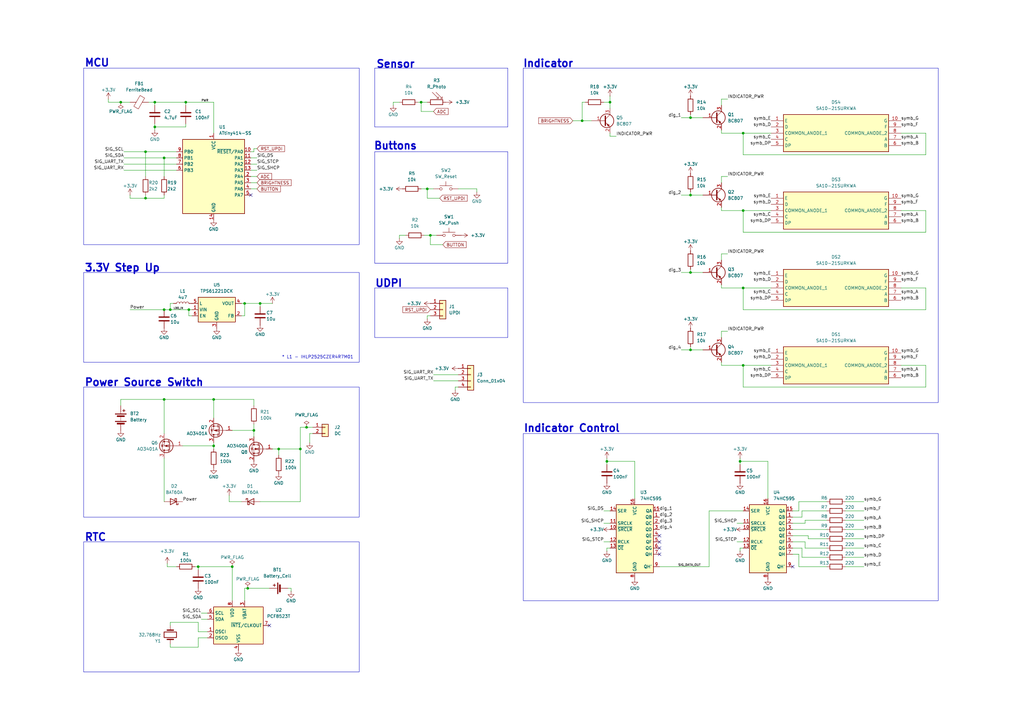
<source format=kicad_sch>
(kicad_sch (version 20231120) (generator "eeschema") (generator_version "8.0")
  (paper "A3")
  (junction (at 104.14 176.53))
  (junction (at 49.53 41.91))
  (junction (at 125.73 175.26))
  (junction (at 63.5 41.91))
  (junction (at 123.19 184.15))
  (junction (at 87.63 182.88))
  (junction (at 283.21 143.51))
  (junction (at 67.31 127))
  (junction (at 81.28 232.41))
  (junction (at 172.72 41.91))
  (junction (at 69.85 127))
  (junction (at 59.69 62.23))
  (junction (at 67.31 64.77))
  (junction (at 87.63 163.83))
  (junction (at 283.21 48.26))
  (junction (at 304.8 149.86))
  (junction (at 77.47 127))
  (junction (at 304.8 54.61))
  (junction (at 59.69 81.28))
  (junction (at 76.2 41.91))
  (junction (at 176.53 96.52))
  (junction (at 106.68 124.46))
  (junction (at 250.19 41.91))
  (junction (at 283.21 80.01))
  (junction (at 175.26 77.47))
  (junction (at 304.8 86.36))
  (junction (at 303.53 189.23))
  (junction (at 63.5 52.07))
  (junction (at 238.76 49.53))
  (junction (at 114.3 184.15))
  (junction (at 95.25 232.41))
  (junction (at 100.33 124.46))
  (junction (at 67.31 163.83))
  (junction (at 283.21 111.76))
  (junction (at 101.6 241.3))
  (junction (at 248.92 189.23))
  (junction (at 304.8 118.11))
  (no_connect (at 325.12 232.41))
  (no_connect (at 270.51 222.25))
  (no_connect (at 270.51 224.79))
  (no_connect (at 270.51 219.71))
  (no_connect (at 270.51 227.33))
  (no_connect (at 110.49 256.54))
  (no_connect (at 102.87 80.01))
  (wire (pts (xy 50.8 67.31) (xy 72.39 67.31)))
  (wire (pts (xy 295.91 53.34) (xy 295.91 54.61)))
  (wire (pts (xy 304.8 158.75) (xy 304.8 149.86)))
  (wire (pts (xy 330.2 224.79) (xy 339.09 224.79)))
  (wire (pts (xy 101.6 241.3) (xy 110.49 241.3)))
  (wire (pts (xy 63.5 52.07) (xy 63.5 53.34)))
  (wire (pts (xy 67.31 187.96) (xy 67.31 205.74)))
  (wire (pts (xy 283.21 80.01) (xy 288.29 80.01)))
  (wire (pts (xy 69.85 255.27) (xy 81.28 255.27)))
  (wire (pts (xy 290.83 232.41) (xy 290.83 209.55)))
  (wire (pts (xy 327.66 227.33) (xy 327.66 232.41)))
  (wire (pts (xy 102.87 77.47) (xy 105.41 77.47)))
  (wire (pts (xy 187.96 77.47) (xy 195.58 77.47)))
  (wire (pts (xy 295.91 116.84) (xy 295.91 118.11)))
  (wire (pts (xy 50.8 64.77) (xy 67.31 64.77)))
  (wire (pts (xy 279.4 143.51) (xy 283.21 143.51)))
  (wire (pts (xy 67.31 81.28) (xy 59.69 81.28)))
  (wire (pts (xy 304.8 127) (xy 304.8 118.11)))
  (wire (pts (xy 176.53 96.52) (xy 179.07 96.52)))
  (wire (pts (xy 118.11 241.3) (xy 119.38 241.3)))
  (wire (pts (xy 69.85 124.46) (xy 69.85 127)))
  (wire (pts (xy 250.19 54.61) (xy 250.19 55.88)))
  (wire (pts (xy 175.26 129.54) (xy 175.26 130.81)))
  (wire (pts (xy 302.26 222.25) (xy 304.8 222.25)))
  (wire (pts (xy 186.69 158.75) (xy 186.69 160.02)))
  (wire (pts (xy 68.58 231.14) (xy 68.58 232.41)))
  (wire (pts (xy 87.63 182.88) (xy 87.63 184.15)))
  (wire (pts (xy 327.66 209.55) (xy 327.66 205.74)))
  (wire (pts (xy 260.35 204.47) (xy 260.35 189.23)))
  (wire (pts (xy 346.71 205.74) (xy 354.33 205.74)))
  (wire (pts (xy 238.76 49.53) (xy 242.57 49.53)))
  (wire (pts (xy 369.57 86.36) (xy 379.73 86.36)))
  (wire (pts (xy 87.63 54.61) (xy 87.63 41.91)))
  (wire (pts (xy 95.25 232.41) (xy 81.28 232.41)))
  (wire (pts (xy 100.33 129.54) (xy 100.33 124.46)))
  (wire (pts (xy 295.91 104.14) (xy 298.45 104.14)))
  (wire (pts (xy 68.58 232.41) (xy 72.39 232.41)))
  (wire (pts (xy 314.96 204.47) (xy 314.96 189.23)))
  (wire (pts (xy 369.57 118.11) (xy 379.73 118.11)))
  (wire (pts (xy 279.4 80.01) (xy 283.21 80.01)))
  (wire (pts (xy 69.85 265.43) (xy 81.28 265.43)))
  (wire (pts (xy 172.72 41.91) (xy 175.26 41.91)))
  (wire (pts (xy 127 177.8) (xy 127 181.61)))
  (wire (pts (xy 161.29 41.91) (xy 161.29 43.18)))
  (wire (pts (xy 77.47 127) (xy 78.74 127)))
  (wire (pts (xy 250.19 41.91) (xy 250.19 44.45)))
  (wire (pts (xy 325.12 214.63) (xy 330.2 214.63)))
  (wire (pts (xy 100.33 246.38) (xy 100.33 241.3)))
  (wire (pts (xy 53.34 80.01) (xy 53.34 81.28)))
  (wire (pts (xy 379.73 86.36) (xy 379.73 95.25)))
  (wire (pts (xy 304.8 54.61) (xy 316.23 54.61)))
  (wire (pts (xy 60.96 41.91) (xy 63.5 41.91)))
  (wire (pts (xy 119.38 241.3) (xy 119.38 242.57)))
  (wire (pts (xy 250.19 39.37) (xy 250.19 41.91)))
  (wire (pts (xy 95.25 176.53) (xy 104.14 176.53)))
  (wire (pts (xy 295.91 135.89) (xy 295.91 138.43)))
  (wire (pts (xy 234.95 49.53) (xy 238.76 49.53)))
  (wire (pts (xy 379.73 127) (xy 304.8 127)))
  (wire (pts (xy 44.45 41.91) (xy 49.53 41.91)))
  (wire (pts (xy 77.47 129.54) (xy 77.47 127)))
  (wire (pts (xy 172.72 45.72) (xy 172.72 41.91)))
  (wire (pts (xy 63.5 52.07) (xy 76.2 52.07)))
  (wire (pts (xy 295.91 86.36) (xy 304.8 86.36)))
  (wire (pts (xy 100.33 241.3) (xy 101.6 241.3)))
  (wire (pts (xy 49.53 163.83) (xy 67.31 163.83)))
  (wire (pts (xy 304.8 95.25) (xy 304.8 86.36)))
  (wire (pts (xy 67.31 163.83) (xy 67.31 177.8)))
  (wire (pts (xy 346.71 232.41) (xy 354.33 232.41)))
  (wire (pts (xy 114.3 184.15) (xy 111.76 184.15)))
  (wire (pts (xy 303.53 187.96) (xy 303.53 189.23)))
  (wire (pts (xy 53.34 81.28) (xy 59.69 81.28)))
  (wire (pts (xy 325.12 212.09) (xy 328.93 212.09)))
  (wire (pts (xy 304.8 149.86) (xy 316.23 149.86)))
  (wire (pts (xy 195.58 77.47) (xy 195.58 78.74)))
  (wire (pts (xy 49.53 41.91) (xy 53.34 41.91)))
  (wire (pts (xy 67.31 64.77) (xy 67.31 72.39)))
  (wire (pts (xy 290.83 209.55) (xy 304.8 209.55)))
  (wire (pts (xy 81.28 232.41) (xy 81.28 233.68)))
  (wire (pts (xy 295.91 148.59) (xy 295.91 149.86)))
  (wire (pts (xy 104.14 176.53) (xy 104.14 179.07)))
  (wire (pts (xy 283.21 46.99) (xy 283.21 48.26)))
  (wire (pts (xy 76.2 41.91) (xy 76.2 43.18)))
  (wire (pts (xy 379.73 149.86) (xy 379.73 158.75)))
  (wire (pts (xy 100.33 124.46) (xy 106.68 124.46)))
  (wire (pts (xy 67.31 127) (xy 69.85 127)))
  (wire (pts (xy 175.26 81.28) (xy 175.26 77.47)))
  (wire (pts (xy 59.69 81.28) (xy 59.69 80.01)))
  (wire (pts (xy 102.87 74.93) (xy 105.41 74.93)))
  (wire (pts (xy 128.27 175.26) (xy 125.73 175.26)))
  (wire (pts (xy 248.92 224.79) (xy 248.92 226.06)))
  (wire (pts (xy 63.5 50.8) (xy 63.5 52.07)))
  (wire (pts (xy 63.5 43.18) (xy 63.5 41.91)))
  (wire (pts (xy 325.12 224.79) (xy 328.93 224.79)))
  (wire (pts (xy 250.19 224.79) (xy 248.92 224.79)))
  (wire (pts (xy 78.74 129.54) (xy 77.47 129.54)))
  (wire (pts (xy 283.21 78.74) (xy 283.21 80.01)))
  (wire (pts (xy 379.73 95.25) (xy 304.8 95.25)))
  (wire (pts (xy 283.21 111.76) (xy 288.29 111.76)))
  (wire (pts (xy 177.8 45.72) (xy 172.72 45.72)))
  (wire (pts (xy 327.66 232.41) (xy 339.09 232.41)))
  (wire (pts (xy 303.53 224.79) (xy 303.53 226.06)))
  (wire (pts (xy 248.92 189.23) (xy 248.92 190.5)))
  (wire (pts (xy 87.63 181.61) (xy 87.63 182.88)))
  (wire (pts (xy 177.8 156.21) (xy 187.96 156.21)))
  (wire (pts (xy 250.19 55.88) (xy 252.73 55.88)))
  (wire (pts (xy 50.8 69.85) (xy 72.39 69.85)))
  (wire (pts (xy 102.87 69.85) (xy 105.41 69.85)))
  (wire (pts (xy 67.31 64.77) (xy 72.39 64.77)))
  (wire (pts (xy 67.31 80.01) (xy 67.31 81.28)))
  (wire (pts (xy 82.55 251.46) (xy 85.09 251.46)))
  (wire (pts (xy 304.8 224.79) (xy 303.53 224.79)))
  (wire (pts (xy 369.57 149.86) (xy 379.73 149.86)))
  (wire (pts (xy 379.73 118.11) (xy 379.73 127)))
  (wire (pts (xy 104.14 62.23) (xy 102.87 62.23)))
  (wire (pts (xy 95.25 246.38) (xy 95.25 232.41)))
  (wire (pts (xy 87.63 41.91) (xy 76.2 41.91)))
  (wire (pts (xy 87.63 163.83) (xy 87.63 171.45)))
  (wire (pts (xy 325.12 222.25) (xy 330.2 222.25)))
  (wire (pts (xy 238.76 41.91) (xy 238.76 49.53)))
  (wire (pts (xy 180.34 81.28) (xy 175.26 81.28)))
  (wire (pts (xy 181.61 100.33) (xy 176.53 100.33)))
  (wire (pts (xy 176.53 129.54) (xy 175.26 129.54)))
  (wire (pts (xy 81.28 261.62) (xy 85.09 261.62)))
  (wire (pts (xy 331.47 220.98) (xy 339.09 220.98)))
  (wire (pts (xy 44.45 40.64) (xy 44.45 41.91)))
  (wire (pts (xy 330.2 222.25) (xy 330.2 224.79)))
  (wire (pts (xy 283.21 142.24) (xy 283.21 143.51)))
  (wire (pts (xy 114.3 184.15) (xy 114.3 186.69)))
  (wire (pts (xy 279.4 111.76) (xy 283.21 111.76)))
  (wire (pts (xy 304.8 63.5) (xy 304.8 54.61)))
  (wire (pts (xy 187.96 158.75) (xy 186.69 158.75)))
  (wire (pts (xy 327.66 205.74) (xy 339.09 205.74)))
  (wire (pts (xy 87.63 163.83) (xy 104.14 163.83)))
  (wire (pts (xy 67.31 163.83) (xy 87.63 163.83)))
  (wire (pts (xy 102.87 67.31) (xy 105.41 67.31)))
  (wire (pts (xy 106.68 205.74) (xy 123.19 205.74)))
  (wire (pts (xy 303.53 189.23) (xy 303.53 190.5)))
  (wire (pts (xy 295.91 40.64) (xy 298.45 40.64)))
  (wire (pts (xy 330.2 213.36) (xy 339.09 213.36)))
  (wire (pts (xy 325.12 209.55) (xy 327.66 209.55)))
  (wire (pts (xy 81.28 255.27) (xy 81.28 259.08)))
  (wire (pts (xy 104.14 163.83) (xy 104.14 166.37)))
  (wire (pts (xy 247.65 209.55) (xy 250.19 209.55)))
  (wire (pts (xy 325.12 227.33) (xy 327.66 227.33)))
  (wire (pts (xy 123.19 205.74) (xy 123.19 184.15)))
  (wire (pts (xy 59.69 62.23) (xy 72.39 62.23)))
  (wire (pts (xy 69.85 264.16) (xy 69.85 265.43)))
  (wire (pts (xy 80.01 232.41) (xy 81.28 232.41)))
  (wire (pts (xy 279.4 48.26) (xy 283.21 48.26)))
  (wire (pts (xy 82.55 254) (xy 85.09 254)))
  (wire (pts (xy 248.92 187.96) (xy 248.92 189.23)))
  (wire (pts (xy 346.71 220.98) (xy 354.33 220.98)))
  (wire (pts (xy 240.03 41.91) (xy 238.76 41.91)))
  (wire (pts (xy 346.71 217.17) (xy 354.33 217.17)))
  (wire (pts (xy 295.91 54.61) (xy 304.8 54.61)))
  (wire (pts (xy 106.68 124.46) (xy 111.76 124.46)))
  (wire (pts (xy 163.83 41.91) (xy 161.29 41.91)))
  (wire (pts (xy 369.57 54.61) (xy 379.73 54.61)))
  (wire (pts (xy 283.21 110.49) (xy 283.21 111.76)))
  (wire (pts (xy 123.19 184.15) (xy 114.3 184.15)))
  (wire (pts (xy 175.26 77.47) (xy 177.8 77.47)))
  (wire (pts (xy 173.99 96.52) (xy 176.53 96.52)))
  (wire (pts (xy 260.35 189.23) (xy 248.92 189.23)))
  (wire (pts (xy 295.91 118.11) (xy 304.8 118.11)))
  (wire (pts (xy 63.5 41.91) (xy 76.2 41.91)))
  (wire (pts (xy 125.73 175.26) (xy 123.19 175.26)))
  (wire (pts (xy 328.93 209.55) (xy 339.09 209.55)))
  (wire (pts (xy 304.8 86.36) (xy 316.23 86.36)))
  (wire (pts (xy 74.93 182.88) (xy 87.63 182.88)))
  (wire (pts (xy 247.65 214.63) (xy 250.19 214.63)))
  (wire (pts (xy 379.73 54.61) (xy 379.73 63.5)))
  (wire (pts (xy 99.06 129.54) (xy 100.33 129.54)))
  (wire (pts (xy 328.93 228.6) (xy 339.09 228.6)))
  (wire (pts (xy 302.26 214.63) (xy 304.8 214.63)))
  (wire (pts (xy 81.28 259.08) (xy 85.09 259.08)))
  (wire (pts (xy 171.45 41.91) (xy 172.72 41.91)))
  (wire (pts (xy 330.2 214.63) (xy 330.2 213.36)))
  (wire (pts (xy 102.87 64.77) (xy 105.41 64.77)))
  (wire (pts (xy 331.47 219.71) (xy 331.47 220.98)))
  (wire (pts (xy 270.51 232.41) (xy 290.83 232.41)))
  (wire (pts (xy 50.8 62.23) (xy 59.69 62.23)))
  (wire (pts (xy 247.65 222.25) (xy 250.19 222.25)))
  (wire (pts (xy 304.8 118.11) (xy 316.23 118.11)))
  (wire (pts (xy 283.21 143.51) (xy 288.29 143.51)))
  (wire (pts (xy 295.91 72.39) (xy 295.91 74.93)))
  (wire (pts (xy 76.2 52.07) (xy 76.2 50.8)))
  (wire (pts (xy 59.69 62.23) (xy 59.69 72.39)))
  (wire (pts (xy 328.93 212.09) (xy 328.93 209.55)))
  (wire (pts (xy 314.96 189.23) (xy 303.53 189.23)))
  (wire (pts (xy 105.41 60.96) (xy 104.14 60.96)))
  (wire (pts (xy 104.14 173.99) (xy 104.14 176.53)))
  (wire (pts (xy 346.71 228.6) (xy 354.33 228.6)))
  (wire (pts (xy 93.98 205.74) (xy 99.06 205.74)))
  (wire (pts (xy 106.68 124.46) (xy 106.68 125.73)))
  (wire (pts (xy 69.85 127) (xy 77.47 127)))
  (wire (pts (xy 71.12 124.46) (xy 69.85 124.46)))
  (wire (pts (xy 93.98 203.2) (xy 93.98 205.74)))
  (wire (pts (xy 247.65 41.91) (xy 250.19 41.91)))
  (wire (pts (xy 295.91 72.39) (xy 298.45 72.39)))
  (wire (pts (xy 379.73 158.75) (xy 304.8 158.75)))
  (wire (pts (xy 295.91 85.09) (xy 295.91 86.36)))
  (wire (pts (xy 123.19 175.26) (xy 123.19 184.15)))
  (wire (pts (xy 49.53 166.37) (xy 49.53 163.83)))
  (wire (pts (xy 104.14 60.96) (xy 104.14 62.23)))
  (wire (pts (xy 295.91 149.86) (xy 304.8 149.86)))
  (wire (pts (xy 163.83 96.52) (xy 163.83 97.79)))
  (wire (pts (xy 99.06 124.46) (xy 100.33 124.46)))
  (wire (pts (xy 325.12 219.71) (xy 331.47 219.71)))
  (wire (pts (xy 128.27 177.8) (xy 127 177.8)))
  (wire (pts (xy 346.71 209.55) (xy 354.33 209.55)))
  (wire (pts (xy 325.12 217.17) (xy 339.09 217.17)))
  (wire (pts (xy 295.91 104.14) (xy 295.91 106.68)))
  (wire (pts (xy 379.73 63.5) (xy 304.8 63.5)))
  (wire (pts (xy 283.21 48.26) (xy 288.29 48.26)))
  (wire (pts (xy 346.71 224.79) (xy 354.33 224.79)))
  (wire (pts (xy 176.53 100.33) (xy 176.53 96.52)))
  (wire (pts (xy 295.91 135.89) (xy 298.45 135.89)))
  (wire (pts (xy 69.85 256.54) (xy 69.85 255.27)))
  (wire (pts (xy 81.28 265.43) (xy 81.28 261.62)))
  (wire (pts (xy 346.71 213.36) (xy 354.33 213.36)))
  (wire (pts (xy 295.91 40.64) (xy 295.91 43.18)))
  (wire (pts (xy 177.8 153.67) (xy 187.96 153.67)))
  (wire (pts (xy 328.93 224.79) (xy 328.93 228.6)))
  (wire (pts (xy 166.37 96.52) (xy 163.83 96.52)))
  (wire (pts (xy 102.87 72.39) (xy 105.41 72.39)))
  (wire (pts (xy 172.72 77.47) (xy 175.26 77.47)))
  (wire (pts (xy 53.34 127) (xy 67.31 127)))
  (rectangle (start 34.29 111.76) (end 147.32 148.59))
  (rectangle (start 34.29 27.94) (end 147.32 100.33))
  (rectangle (start 153.67 27.94) (end 208.28 52.07))
  (rectangle (start 153.67 118.11) (end 208.28 138.43))
  (rectangle (start 214.63 177.8) (end 384.81 246.38))
  (rectangle (start 34.29 158.75) (end 147.32 212.09))
  (rectangle (start 153.67 62.23) (end 208.28 107.95))
  (rectangle (start 34.29 222.25) (end 147.32 275.59))
  (rectangle (start 214.63 27.94) (end 384.81 165.1))
  (text "Indicator Control" (at 214.63 177.546 0) (effects (font (size 3.048 3.048) (bold yes)) (justify left bottom)))
  (text "MCU" (at 34.544 27.686 0) (effects (font (size 3.048 3.048) (bold yes)) (justify left bottom)))
  (text "Indicator" (at 214.376 27.94 0) (effects (font (size 3.048 3.048) (bold yes)) (justify left bottom)))
  (text "Power Source Switch" (at 34.544 158.75 0) (effects (font (size 3.048 3.048) (bold yes)) (justify left bottom)))
  (text "* L1 - IHLP2525CZER4R7M01" (at 130.302 146.558 0) (effects (font (size 1.27 1.27))))
  (text "3.3V Step Up" (at 34.544 111.76 0) (effects (font (size 3.048 3.048) (bold yes)) (justify left bottom)))
  (text "Sensor" (at 154.178 28.194 0) (effects (font (size 3.048 3.048) (bold yes)) (justify left bottom)))
  (text "RTC" (at 34.544 222.25 0) (effects (font (size 3.048 3.048) (bold yes)) (justify left bottom)))
  (text "UDPI" (at 153.67 118.11 0) (effects (font (size 3.048 3.048) (bold yes)) (justify left bottom)))
  (text "Buttons" (at 153.162 61.722 0) (effects (font (size 3.048 3.048) (bold yes)) (justify left bottom)))
  (label "SIG_DS" (at 247.65 209.55 180))
  (label "SIG_UART_RX" (at 177.8 153.67 180))
  (label "symb_C" (at 316.23 152.4 180))
  (label "symb_F" (at 369.57 52.07 0))
  (label "INDICATOR_PWR" (at 298.45 104.14 0))
  (label "SIG_SDA" (at 82.55 254 180))
  (label "symb_DP" (at 316.23 59.69 180))
  (label "symb_D" (at 316.23 147.32 180))
  (label "symb_DP" (at 316.23 154.94 180))
  (label "LDO_IN" (at 71.12 127 0) (effects (font (size 0.762 0.762))))
  (label "symb_C" (at 316.23 57.15 180))
  (label "symb_E" (at 316.23 81.28 180))
  (label "symb_C" (at 316.23 120.65 180))
  (label "symb_F" (at 354.33 209.55 0))
  (label "symb_E" (at 316.23 144.78 180))
  (label "symb_A" (at 369.57 88.9 0))
  (label "symb_DP" (at 354.33 220.98 0))
  (label "SIG_SHCP" (at 247.65 214.63 180))
  (label "symb_C" (at 354.33 224.79 0))
  (label "symb_F" (at 369.57 115.57 0))
  (label "SIG_UART_TX" (at 50.8 67.31 180))
  (label "symb_D" (at 316.23 115.57 180))
  (label "symb_B" (at 369.57 91.44 0))
  (label "Power" (at 74.93 205.74 0))
  (label "dig_3" (at 279.4 111.76 180))
  (label "symb_G" (at 369.57 81.28 0))
  (label "symb_E" (at 316.23 113.03 180))
  (label "dig_1" (at 270.51 209.55 0))
  (label "dig_2" (at 270.51 212.09 0))
  (label "SIG_SDA" (at 50.8 64.77 180))
  (label "PWR" (at 82.55 41.91 0) (effects (font (size 0.889 0.889))))
  (label "symb_G" (at 369.57 113.03 0))
  (label "dig_2" (at 279.4 80.01 180))
  (label "symb_C" (at 316.23 88.9 180))
  (label "dig_4" (at 270.51 217.17 0))
  (label "symb_B" (at 354.33 217.17 0))
  (label "symb_A" (at 354.33 213.36 0))
  (label "SIG_UART_TX" (at 177.8 156.21 180))
  (label "SIG_SHCP" (at 302.26 214.63 180))
  (label "INDICATOR_PWR" (at 298.45 40.64 0))
  (label "symb_D" (at 316.23 52.07 180))
  (label "SIG_SCL" (at 50.8 62.23 180))
  (label "symb_A" (at 369.57 57.15 0))
  (label "symb_DP" (at 316.23 123.19 180))
  (label "symb_B" (at 369.57 123.19 0))
  (label "SIG_DATA_OUT" (at 278.13 232.41 0) (effects (font (size 0.889 0.889))))
  (label "symb_E" (at 316.23 49.53 180))
  (label "SIG_SCL" (at 82.55 251.46 180))
  (label "SIG_STCP" (at 302.26 222.25 180))
  (label "symb_A" (at 369.57 152.4 0))
  (label "SIG_SHCP" (at 105.41 69.85 0))
  (label "dig_3" (at 270.51 214.63 0))
  (label "symb_B" (at 369.57 59.69 0))
  (label "dig_1" (at 279.4 48.26 180))
  (label "INDICATOR_PWR" (at 252.73 55.88 0))
  (label "symb_D" (at 354.33 228.6 0))
  (label "symb_DP" (at 316.23 91.44 180))
  (label "INDICATOR_PWR" (at 298.45 135.89 0))
  (label "Power" (at 53.34 127 0))
  (label "symb_G" (at 369.57 49.53 0))
  (label "INDICATOR_PWR" (at 298.45 72.39 0))
  (label "symb_G" (at 354.33 205.74 0))
  (label "SIG_DS" (at 105.41 64.77 0))
  (label "symb_D" (at 316.23 83.82 180))
  (label "symb_B" (at 369.57 154.94 0))
  (label "SIG_STCP" (at 247.65 222.25 180))
  (label "symb_E" (at 354.33 232.41 0))
  (label "SIG_UART_RX" (at 50.8 69.85 180))
  (label "symb_G" (at 369.57 144.78 0))
  (label "dig_4" (at 279.4 143.51 180))
  (label "SIG_STCP" (at 105.41 67.31 0))
  (label "symb_A" (at 369.57 120.65 0))
  (label "symb_F" (at 369.57 147.32 0))
  (label "symb_F" (at 369.57 83.82 0))
  (global_label "BUTTON" (shape input) (at 105.41 77.47 0) (property "Intersheetrefs" "${INTERSHEET_REFS}" (effects (hide yes))))
  (global_label "BRIGHTNESS" (shape input) (at 234.95 49.53 180) (property "Intersheetrefs" "${INTERSHEET_REFS}" (effects (hide yes))))
  (global_label "RST_UPDI" (shape input) (at 180.34 81.28 0) (property "Intersheetrefs" "${INTERSHEET_REFS}" (effects (hide yes))))
  (global_label "RST_UPDI" (shape input) (at 176.53 127 180) (property "Intersheetrefs" "${INTERSHEET_REFS}" (effects (hide yes))))
  (global_label "ADC" (shape input) (at 105.41 72.39 0) (property "Intersheetrefs" "${INTERSHEET_REFS}" (effects (hide yes))))
  (global_label "ADC" (shape input) (at 177.8 45.72 0) (property "Intersheetrefs" "${INTERSHEET_REFS}" (effects (hide yes))))
  (global_label "BRIGHTNESS" (shape input) (at 105.41 74.93 0) (property "Intersheetrefs" "${INTERSHEET_REFS}" (effects (hide yes))))
  (global_label "RST_UPDI" (shape input) (at 105.41 60.96 0) (property "Intersheetrefs" "${INTERSHEET_REFS}" (effects (hide yes))))
  (global_label "BUTTON" (shape input) (at 181.61 100.33 0) (property "Intersheetrefs" "${INTERSHEET_REFS}" (effects (hide yes))))
  (symbol (lib_id "MCU_Microchip_ATtiny:ATtiny414-SS") (at 87.63 72.39 0) (unit 1)
    (property "Reference" "U1" (at 89.8241 52.07 0) (effects (justify left)))
    (property "Value" "ATtiny414-SS" (at 89.8241 54.61 0) (effects (justify left)))
    (property "Footprint" "Package_SO:SOIC-14_3.9x8.7mm_P1.27mm" (effects (hide yes)))
    (property "Datasheet" "http://ww1.microchip.com/downloads/en/DeviceDoc/40001912A.pdf" (effects (hide yes)))
    (property "Description" "20MHz, 4kB Flash, 256B SRAM, 128B EEPROM, SOIC-14" (effects (hide yes)))
  )
  (symbol (lib_id "power:+3.3V") (at 53.34 80.01 0) (unit 1)
    (property "Reference" "#PWR036" (effects (hide yes)))
    (property "Value" "+3.3V" (at 53.34 76.2 0))
    (property "Description" "Power symbol creates a global label with name \"+3.3V\"" (effects (hide yes)))
  )
  (symbol (lib_id "power:GND") (at 161.29 43.18 0) (unit 1)
    (property "Reference" "#PWR018" (effects (hide yes)))
    (property "Value" "GND" (at 161.29 46.99 0))
    (property "Description" "Power symbol creates a global label with name \"GND\" , ground" (effects (hide yes)))
  )
  (symbol (lib_id "Regulator_Switching:TPS61221DCK") (at 88.9 127 0) (unit 1)
    (property "Reference" "U5" (at 88.9 116.84 0))
    (property "Value" "TPS61221DCK" (at 88.9 119.38 0))
    (property "Footprint" "Package_TO_SOT_SMD:Texas_R-PDSO-G6" (effects (hide yes)))
    (property "Datasheet" "http://www.ti.com/lit/ds/symlink/tps61220.pdf" (effects (hide yes)))
    (property "Description" "400 mA Step-Up Converter, Fixed 3.3V Output Voltage, 0.7-5.5V Input Voltage, SC-70" (effects (hide yes)))
  )
  (symbol (lib_id "power:PWR_FLAG") (at 49.53 41.91 180) (unit 1)
    (property "Reference" "#FLG01" (effects (hide yes)))
    (property "Value" "PWR_FLAG" (at 49.53 45.72 0))
    (property "Description" "Special symbol for telling ERC where power comes from" (effects (hide yes)))
  )
  (symbol (lib_id "power:+3.3V") (at 283.21 39.37 0) (unit 1)
    (property "Reference" "#PWR031" (effects (hide yes)))
    (property "Value" "+3.3V" (at 283.21 35.56 0))
    (property "Description" "Power symbol creates a global label with name \"+3.3V\"" (effects (hide yes)))
  )
  (symbol (lib_id "Connector_Generic:Conn_01x02") (at 133.35 175.26 0) (unit 1)
    (property "Reference" "J2" (at 137.16 175.2599 0) (effects (justify left)))
    (property "Value" "DC" (at 137.16 177.7999 0) (effects (justify left)))
    (property "Footprint" "Connector_PinHeader_2.54mm:PinHeader_1x02_P2.54mm_Vertical" (effects (hide yes)))
    (property "Description" "Generic connector, single row, 01x02, script generated (kicad-library-utils/schlib/autogen/connector/)" (effects (hide yes)))
  )
  (symbol (lib_id "power:+3.3V") (at 44.45 40.64 0) (unit 1)
    (property "Reference" "#PWR01" (effects (hide yes)))
    (property "Value" "+3.3V" (at 44.45 36.83 0))
    (property "Description" "Power symbol creates a global label with name \"+3.3V\"" (effects (hide yes)))
  )
  (symbol (lib_id "Transistor_FET:AO3400A") (at 106.68 184.15 0) (mirror y) (unit 1)
    (property "Reference" "Q8" (at 101.6 185.4201 0) (effects (justify left)))
    (property "Value" "AO3400A" (at 101.6 182.8801 0) (effects (justify left)))
    (property "Footprint" "Package_TO_SOT_SMD:SOT-23" (effects (hide yes)))
    (property "Datasheet" "http://www.aosmd.com/pdfs/datasheet/AO3400A.pdf" (effects (hide yes)))
    (property "Description" "30V Vds, 5.7A Id, N-Channel MOSFET, SOT-23" (effects (hide yes)))
  )
  (symbol (lib_id "power:+3.3V") (at 283.21 71.12 0) (unit 1)
    (property "Reference" "#PWR032" (effects (hide yes)))
    (property "Value" "+3.3V" (at 283.21 67.31 0))
    (property "Description" "Power symbol creates a global label with name \"+3.3V\"" (effects (hide yes)))
  )
  (symbol (lib_id "power:GND") (at 303.53 198.12 0) (unit 1)
    (property "Reference" "#PWR012" (effects (hide yes)))
    (property "Value" "GND" (at 303.53 201.93 0))
    (property "Description" "Power symbol creates a global label with name \"GND\" , ground" (effects (hide yes)))
  )
  (symbol (lib_id "power:GND") (at 195.58 78.74 0) (unit 1)
    (property "Reference" "#PWR022" (effects (hide yes)))
    (property "Value" "GND" (at 195.58 82.55 0))
    (property "Description" "Power symbol creates a global label with name \"GND\" , ground" (effects (hide yes)))
  )
  (symbol (lib_id "power:+3.3V") (at 303.53 187.96 0) (unit 1)
    (property "Reference" "#PWR011" (effects (hide yes)))
    (property "Value" "+3.3V" (at 303.53 184.15 0))
    (property "Description" "Power symbol creates a global label with name \"+3.3V\"" (effects (hide yes)))
  )
  (symbol (lib_id "Device:R") (at 170.18 96.52 90) (unit 1)
    (property "Reference" "R2" (at 170.18 90.17 90))
    (property "Value" "10k" (at 170.18 92.71 90))
    (property "Footprint" "Resistor_SMD:R_0603_1608Metric" (effects (hide yes)))
    (property "Description" "Resistor" (effects (hide yes)))
  )
  (symbol (lib_id "power:GND") (at 88.9 134.62 0) (unit 1)
    (property "Reference" "#PWR027" (effects (hide yes)))
    (property "Value" "GND" (at 88.9 138.43 0))
    (property "Description" "Power symbol creates a global label with name \"GND\" , ground" (effects (hide yes)))
  )
  (symbol (lib_id "power:GND") (at 106.68 133.35 0) (unit 1)
    (property "Reference" "#PWR028" (effects (hide yes)))
    (property "Value" "GND" (at 106.68 137.16 0))
    (property "Description" "Power symbol creates a global label with name \"GND\" , ground" (effects (hide yes)))
  )
  (symbol (lib_id "Transistor_FET:AO3401A") (at 90.17 176.53 180) (unit 1)
    (property "Reference" "Q7" (at 85.09 175.2599 0) (effects (justify left)))
    (property "Value" "AO3401A" (at 85.09 177.7999 0) (effects (justify left)))
    (property "Footprint" "Package_TO_SOT_SMD:SOT-23" (effects (hide yes)))
    (property "Datasheet" "http://www.aosmd.com/pdfs/datasheet/AO3401A.pdf" (effects (hide yes)))
    (property "Description" "-4.0A Id, -30V Vds, P-Channel MOSFET, SOT-23" (effects (hide yes)))
  )
  (symbol (lib_id "power:+3.3V") (at 283.21 102.87 0) (unit 1)
    (property "Reference" "#PWR034" (effects (hide yes)))
    (property "Value" "+3.3V" (at 283.21 99.06 0))
    (property "Description" "Power symbol creates a global label with name \"+3.3V\"" (effects (hide yes)))
  )
  (symbol (lib_id "Device:R") (at 283.21 138.43 180) (unit 1)
    (property "Reference" "R17" (at 285.75 137.1599 0) (effects (justify right)))
    (property "Value" "10k" (at 285.75 139.6999 0) (effects (justify right)))
    (property "Footprint" "Resistor_SMD:R_0603_1608Metric" (effects (hide yes)))
    (property "Description" "Resistor" (effects (hide yes)))
  )
  (symbol (lib_id "power:+3.3V") (at 176.53 124.46 90) (unit 1)
    (property "Reference" "#PWR024" (effects (hide yes)))
    (property "Value" "+3.3V" (at 172.72 124.4599 90) (effects (justify left)))
    (property "Description" "Power symbol creates a global label with name \"+3.3V\"" (effects (hide yes)))
  )
  (symbol (lib_id "power:GND") (at 81.28 241.3 0) (unit 1)
    (property "Reference" "#PWR06" (effects (hide yes)))
    (property "Value" "GND" (at 81.28 245.11 0))
    (property "Description" "Power symbol creates a global label with name \"GND\" , ground" (effects (hide yes)))
  )
  (symbol (lib_id "Device:FerriteBead") (at 57.15 41.91 90) (unit 1)
    (property "Reference" "FB1" (at 57.0992 34.29 90))
    (property "Value" "FerriteBead" (at 57.0992 36.83 90))
    (property "Footprint" "Inductor_SMD:L_0603_1608Metric" (effects (hide yes)))
    (property "Description" "Ferrite bead" (effects (hide yes)))
  )
  (symbol (lib_id "Device:C") (at 63.5 46.99 0) (unit 1)
    (property "Reference" "C2" (at 67.31 45.7199 0) (effects (justify left)))
    (property "Value" "4.7uF" (at 67.31 48.2599 0) (effects (justify left)))
    (property "Footprint" "Capacitor_SMD:C_0805_2012Metric" (effects (hide yes)))
    (property "Description" "Unpolarized capacitor" (effects (hide yes)))
  )
  (symbol (lib_id "Device:C") (at 76.2 46.99 0) (unit 1)
    (property "Reference" "C1" (at 80.01 45.7199 0) (effects (justify left)))
    (property "Value" "100nF" (at 80.01 48.2599 0) (effects (justify left)))
    (property "Footprint" "Capacitor_SMD:C_0603_1608Metric" (effects (hide yes)))
    (property "Description" "Unpolarized capacitor" (effects (hide yes)))
  )
  (symbol (lib_id "power:+3.3V") (at 68.58 231.14 0) (unit 1)
    (property "Reference" "#PWR07" (effects (hide yes)))
    (property "Value" "+3.3V" (at 68.58 226.06 0))
    (property "Description" "Power symbol creates a global label with name \"+3.3V\"" (effects (hide yes)))
  )
  (symbol (lib_id "Diode:BAT60A") (at 102.87 205.74 0) (unit 1)
    (property "Reference" "D1" (at 102.5525 199.39 0))
    (property "Value" "BAT60A" (at 102.5525 201.93 0))
    (property "Footprint" "Diode_SMD:D_SOD-323" (effects (hide yes)))
    (property "Datasheet" "https://www.infineon.com/dgdl/Infineon-BAT60ASERIES-DS-v01_01-en.pdf?fileId=db3a304313d846880113def70c9304a9" (effects (hide yes)))
    (property "Description" "10V 3A High Current Recitifier Schottky Diode, SOD-323" (effects (hide yes)))
  )
  (symbol (lib_id "power:GND") (at 97.79 266.7 0) (unit 1)
    (property "Reference" "#PWR04" (effects (hide yes)))
    (property "Value" "GND" (at 97.79 270.51 0))
    (property "Description" "Power symbol creates a global label with name \"GND\" , ground" (effects (hide yes)))
  )
  (symbol (lib_id "power:+3.3V") (at 111.76 124.46 0) (unit 1)
    (property "Reference" "#PWR029" (effects (hide yes)))
    (property "Value" "+3.3V" (at 111.76 120.65 0))
    (property "Description" "Power symbol creates a global label with name \"+3.3V\"" (effects (hide yes)))
  )
  (symbol (lib_id "Device:Crystal") (at 69.85 260.35 270) (unit 1)
    (property "Reference" "Y1" (at 66.04 262.89 90) (effects (justify right)))
    (property "Value" "32.768Hz" (at 66.04 260.35 90) (effects (justify right)))
    (property "Footprint" "Crystal:Crystal_C38-LF_D3.0mm_L8.0mm_Horizontal" (effects (hide yes)))
    (property "Description" "Two pin crystal" (effects (hide yes)))
  )
  (symbol (lib_id "power:+3.3V") (at 93.98 203.2 0) (unit 1)
    (property "Reference" "#PWR041" (effects (hide yes)))
    (property "Value" "+3.3V" (at 93.98 199.39 0))
    (property "Description" "Power symbol creates a global label with name \"+3.3V\"" (effects (hide yes)))
  )
  (symbol (lib_id "power:+3.3V") (at 283.21 134.62 0) (unit 1)
    (property "Reference" "#PWR033" (effects (hide yes)))
    (property "Value" "+3.3V" (at 283.21 130.81 0))
    (property "Description" "Power symbol creates a global label with name \"+3.3V\"" (effects (hide yes)))
  )
  (symbol (lib_id "power:GND") (at 114.3 194.31 0) (unit 1)
    (property "Reference" "#PWR037" (effects (hide yes)))
    (property "Value" "GND" (at 114.3 198.12 0))
    (property "Description" "Power symbol creates a global label with name \"GND\" , ground" (effects (hide yes)))
  )
  (symbol (lib_id "Device:R") (at 342.9 220.98 90) (unit 1)
    (property "Reference" "R10" (at 338.074 219.456 90))
    (property "Value" "220" (at 348.488 219.456 90))
    (property "Footprint" "Resistor_SMD:R_0603_1608Metric" (effects (hide yes)))
    (property "Description" "Resistor" (effects (hide yes)))
  )
  (symbol (lib_id "SA10-21SURKWA:SA10-21SURKWA") (at 316.23 144.78 0) (unit 1)
    (property "Reference" "DS1" (at 342.9 137.16 0))
    (property "Value" "SA10-21SURKWA" (at 342.9 139.7 0))
    (property "Footprint" "SA10-21SURKWA:DIP3040W75P254L2400H1050Q10N" (effects (hide yes)))
    (property "Datasheet" "https://datasheet.datasheetarchive.com/originals/distributors/Datasheets-DGA19/367680.pdf" (effects (hide yes)))
    (property "Description" "7-Seg Display 1-digit Red CA 25.4mm Kingbright SA10-21SURKWA 7-Segment LED Display, CA Red 260 mcd RH DP 25.4mm" (effects (hide yes)))
    (property "Height" "10.5" (effects (hide yes)))
    (property "Manufacturer_Name" "Kingbright" (effects (hide yes)))
    (property "Manufacturer_Part_Number" "SA10-21SURKWA" (effects (hide yes)))
    (property "Mouser Part Number" "604-SA10-21SURKWA" (effects (hide yes)))
    (property "Mouser Price/Stock" "https://www.mouser.co.uk/ProductDetail/Kingbright/SA10-21SURKWA?qs=FRBiz4Wv1YMhqlqTiERIZw%3D%3D" (effects (hide yes)))
  )
  (symbol (lib_id "Transistor_BJT:BC807") (at 293.37 48.26 0) (unit 1)
    (property "Reference" "Q1" (at 298.45 46.9899 0) (effects (justify left)))
    (property "Value" "BC807" (at 298.45 49.5299 0) (effects (justify left)))
    (property "Footprint" "Package_TO_SOT_SMD:SOT-23" (effects (hide yes)))
    (property "Datasheet" "https://www.onsemi.com/pub/Collateral/BC808-D.pdf" (effects (hide yes)))
    (property "Description" "0.8A Ic, 45V Vce, PNP Transistor, SOT-23" (effects (hide yes)))
  )
  (symbol (lib_id "Device:R") (at 283.21 74.93 180) (unit 1)
    (property "Reference" "R15" (at 285.75 73.6599 0) (effects (justify right)))
    (property "Value" "10k" (at 285.75 76.1999 0) (effects (justify right)))
    (property "Footprint" "Resistor_SMD:R_0603_1608Metric" (effects (hide yes)))
    (property "Description" "Resistor" (effects (hide yes)))
  )
  (symbol (lib_id "Device:R") (at 342.9 224.79 90) (unit 1)
    (property "Reference" "R11" (at 338.074 223.266 90))
    (property "Value" "220" (at 348.488 223.266 90))
    (property "Footprint" "Resistor_SMD:R_0603_1608Metric" (effects (hide yes)))
    (property "Description" "Resistor" (effects (hide yes)))
  )
  (symbol (lib_id "Device:L") (at 74.93 124.46 90) (unit 1)
    (property "Reference" "L1" (at 74.93 119.38 90))
    (property "Value" "4u7" (at 74.93 121.92 90))
    (property "Footprint" "Inductor_SMD:L_Vishay_IHLP-2525" (effects (hide yes)))
    (property "Description" "Inductor" (effects (hide yes)))
  )
  (symbol (lib_id "power:GND") (at 314.96 237.49 0) (unit 1)
    (property "Reference" "#PWR013" (effects (hide yes)))
    (property "Value" "GND" (at 314.96 241.3 0))
    (property "Description" "Power symbol creates a global label with name \"GND\" , ground" (effects (hide yes)))
  )
  (symbol (lib_id "Device:R") (at 76.2 232.41 90) (unit 1)
    (property "Reference" "R1" (at 76.2 227.33 90))
    (property "Value" "100k" (at 76.2 229.87 90))
    (property "Footprint" "Resistor_SMD:R_0603_1608Metric" (effects (hide yes)))
    (property "Description" "Resistor" (effects (hide yes)))
  )
  (symbol (lib_id "Device:R") (at 283.21 43.18 180) (unit 1)
    (property "Reference" "R14" (at 285.75 41.9099 0) (effects (justify right)))
    (property "Value" "10k" (at 285.75 44.4499 0) (effects (justify right)))
    (property "Footprint" "Resistor_SMD:R_0603_1608Metric" (effects (hide yes)))
    (property "Description" "Resistor" (effects (hide yes)))
  )
  (symbol (lib_id "74xx:74HC595") (at 314.96 219.71 0) (unit 1)
    (property "Reference" "U4" (at 317.1541 201.93 0) (effects (justify left)))
    (property "Value" "74HC595" (at 317.1541 204.47 0) (effects (justify left)))
    (property "Footprint" "Package_SO:SO-16_3.9x9.9mm_P1.27mm" (effects (hide yes)))
    (property "Datasheet" "http://www.ti.com/lit/ds/symlink/sn74hc595.pdf" (effects (hide yes)))
    (property "Description" "8-bit serial in/out Shift Register 3-State Outputs" (effects (hide yes)))
  )
  (symbol (lib_id "power:GND") (at 49.53 176.53 0) (unit 1)
    (property "Reference" "#PWR030" (effects (hide yes)))
    (property "Value" "GND" (at 49.53 180.34 0))
    (property "Description" "Power symbol creates a global label with name \"GND\" , ground" (effects (hide yes)))
  )
  (symbol (lib_id "power:GND") (at 175.26 130.81 0) (unit 1)
    (property "Reference" "#PWR025" (effects (hide yes)))
    (property "Value" "GND" (at 175.26 134.62 0))
    (property "Description" "Power symbol creates a global label with name \"GND\" , ground" (effects (hide yes)))
  )
  (symbol (lib_id "Device:C") (at 248.92 194.31 0) (unit 1)
    (property "Reference" "C4" (at 251.46 193.04 0) (effects (justify left)))
    (property "Value" "100nF" (at 251.46 195.58 0) (effects (justify left)))
    (property "Footprint" "Capacitor_SMD:C_0603_1608Metric" (effects (hide yes)))
    (property "Description" "Unpolarized capacitor" (effects (hide yes)))
  )
  (symbol (lib_id "power:GND") (at 186.69 160.02 0) (unit 1)
    (property "Reference" "#PWR043" (effects (hide yes)))
    (property "Value" "GND" (at 186.69 163.83 0))
    (property "Description" "Power symbol creates a global label with name \"GND\" , ground" (effects (hide yes)))
  )
  (symbol (lib_id "Device:R") (at 67.31 76.2 0) (unit 1)
    (property "Reference" "R19" (at 68.58 74.93 0) (effects (justify left)))
    (property "Value" "2k2" (at 68.58 77.47 0) (effects (justify left)))
    (property "Footprint" "Resistor_SMD:R_0603_1608Metric" (effects (hide yes)))
    (property "Description" "Resistor" (effects (hide yes)))
  )
  (symbol (lib_id "Transistor_BJT:BC807") (at 293.37 111.76 0) (unit 1)
    (property "Reference" "Q3" (at 298.45 110.4899 0) (effects (justify left)))
    (property "Value" "BC807" (at 298.45 113.0299 0) (effects (justify left)))
    (property "Footprint" "Package_TO_SOT_SMD:SOT-23" (effects (hide yes)))
    (property "Datasheet" "https://www.onsemi.com/pub/Collateral/BC808-D.pdf" (effects (hide yes)))
    (property "Description" "0.8A Ic, 45V Vce, PNP Transistor, SOT-23" (effects (hide yes)))
  )
  (symbol (lib_id "Device:R") (at 243.84 41.91 90) (unit 1)
    (property "Reference" "R18" (at 243.84 35.56 90))
    (property "Value" "10k" (at 243.84 38.1 90))
    (property "Footprint" "Resistor_SMD:R_0603_1608Metric" (effects (hide yes)))
    (property "Description" "Resistor" (effects (hide yes)))
  )
  (symbol (lib_id "Transistor_FET:AO3401A") (at 69.85 182.88 180) (unit 1)
    (property "Reference" "Q6" (at 64.77 181.6099 0) (effects (justify left)))
    (property "Value" "AO3401A" (at 64.77 184.1499 0) (effects (justify left)))
    (property "Footprint" "Package_TO_SOT_SMD:SOT-23" (effects (hide yes)))
    (property "Datasheet" "http://www.aosmd.com/pdfs/datasheet/AO3401A.pdf" (effects (hide yes)))
    (property "Description" "-4.0A Id, -30V Vds, P-Channel MOSFET, SOT-23" (effects (hide yes)))
  )
  (symbol (lib_id "Device:Battery") (at 49.53 171.45 0) (unit 1)
    (property "Reference" "BT2" (at 53.34 169.6084 0) (effects (justify left)))
    (property "Value" "Battery" (at 53.34 172.1484 0) (effects (justify left)))
    (property "Footprint" "Connector_PinHeader_2.54mm:PinHeader_1x02_P2.54mm_Vertical" (effects (hide yes)))
    (property "Description" "Multiple-cell battery" (effects (hide yes)))
  )
  (symbol (lib_id "Device:C") (at 67.31 130.81 0) (unit 1)
    (property "Reference" "C6" (at 69.85 129.54 0) (effects (justify left)))
    (property "Value" "10u" (at 69.85 132.08 0) (effects (justify left)))
    (property "Footprint" "Capacitor_SMD:C_0805_2012Metric" (effects (hide yes)))
    (property "Description" "Unpolarized capacitor" (effects (hide yes)))
  )
  (symbol (lib_id "Device:R") (at 342.9 213.36 90) (unit 1)
    (property "Reference" "R8" (at 338.074 211.836 90))
    (property "Value" "220" (at 348.488 211.836 90))
    (property "Footprint" "Resistor_SMD:R_0603_1608Metric" (effects (hide yes)))
    (property "Description" "Resistor" (effects (hide yes)))
  )
  (symbol (lib_id "power:+3.3V") (at 250.19 217.17 90) (unit 1)
    (property "Reference" "#PWR017" (effects (hide yes)))
    (property "Value" "+3.3V" (at 247.65 217.17 90) (effects (justify left)))
    (property "Description" "Power symbol creates a global label with name \"+3.3V\"" (effects (hide yes)))
  )
  (symbol (lib_id "Device:R_Photo") (at 179.07 41.91 90) (mirror x) (unit 1)
    (property "Reference" "R3" (at 179.07 33.02 90))
    (property "Value" "R_Photo" (at 179.07 35.56 90))
    (property "Footprint" "Connector_PinHeader_2.54mm:PinHeader_1x02_P2.54mm_Vertical" (effects (hide yes)))
    (property "Description" "Photoresistor" (effects (hide yes)))
  )
  (symbol (lib_id "power:+3.3V") (at 250.19 39.37 0) (unit 1)
    (property "Reference" "#PWR035" (effects (hide yes)))
    (property "Value" "+3.3V" (at 250.19 35.56 0))
    (property "Description" "Power symbol creates a global label with name \"+3.3V\"" (effects (hide yes)))
  )
  (symbol (lib_id "power:+3.3V") (at 304.8 217.17 90) (unit 1)
    (property "Reference" "#PWR016" (effects (hide yes)))
    (property "Value" "+3.3V" (at 302.26 217.17 90) (effects (justify left)))
    (property "Description" "Power symbol creates a global label with name \"+3.3V\"" (effects (hide yes)))
  )
  (symbol (lib_id "Device:R") (at 167.64 41.91 90) (unit 1)
    (property "Reference" "R4" (at 167.64 35.56 90))
    (property "Value" "10k" (at 167.64 38.1 90))
    (property "Footprint" "Resistor_SMD:R_0603_1608Metric" (effects (hide yes)))
    (property "Description" "Resistor" (effects (hide yes)))
  )
  (symbol (lib_id "SA10-21SURKWA:SA10-21SURKWA") (at 316.23 81.28 0) (unit 1)
    (property "Reference" "DS3" (at 342.9 73.66 0))
    (property "Value" "SA10-21SURKWA" (at 342.9 76.2 0))
    (property "Footprint" "SA10-21SURKWA:DIP3040W75P254L2400H1050Q10N" (effects (hide yes)))
    (property "Datasheet" "https://datasheet.datasheetarchive.com/originals/distributors/Datasheets-DGA19/367680.pdf" (effects (hide yes)))
    (property "Description" "7-Seg Display 1-digit Red CA 25.4mm Kingbright SA10-21SURKWA 7-Segment LED Display, CA Red 260 mcd RH DP 25.4mm" (effects (hide yes)))
    (property "Height" "10.5" (effects (hide yes)))
    (property "Manufacturer_Name" "Kingbright" (effects (hide yes)))
    (property "Manufacturer_Part_Number" "SA10-21SURKWA" (effects (hide yes)))
    (property "Mouser Part Number" "604-SA10-21SURKWA" (effects (hide yes)))
    (property "Mouser Price/Stock" "https://www.mouser.co.uk/ProductDetail/Kingbright/SA10-21SURKWA?qs=FRBiz4Wv1YMhqlqTiERIZw%3D%3D" (effects (hide yes)))
  )
  (symbol (lib_id "power:GND") (at 87.63 191.77 0) (unit 1)
    (property "Reference" "#PWR038" (effects (hide yes)))
    (property "Value" "GND" (at 87.63 195.58 0))
    (property "Description" "Power symbol creates a global label with name \"GND\" , ground" (effects (hide yes)))
  )
  (symbol (lib_id "SA10-21SURKWA:SA10-21SURKWA") (at 316.23 49.53 0) (unit 1)
    (property "Reference" "DS4" (at 342.9 41.91 0))
    (property "Value" "SA10-21SURKWA" (at 342.9 44.45 0))
    (property "Footprint" "SA10-21SURKWA:DIP3040W75P254L2400H1050Q10N" (effects (hide yes)))
    (property "Datasheet" "https://datasheet.datasheetarchive.com/originals/distributors/Datasheets-DGA19/367680.pdf" (effects (hide yes)))
    (property "Description" "7-Seg Display 1-digit Red CA 25.4mm Kingbright SA10-21SURKWA 7-Segment LED Display, CA Red 260 mcd RH DP 25.4mm" (effects (hide yes)))
    (property "Height" "10.5" (effects (hide yes)))
    (property "Manufacturer_Name" "Kingbright" (effects (hide yes)))
    (property "Manufacturer_Part_Number" "SA10-21SURKWA" (effects (hide yes)))
    (property "Mouser Part Number" "604-SA10-21SURKWA" (effects (hide yes)))
    (property "Mouser Price/Stock" "https://www.mouser.co.uk/ProductDetail/Kingbright/SA10-21SURKWA?qs=FRBiz4Wv1YMhqlqTiERIZw%3D%3D" (effects (hide yes)))
  )
  (symbol (lib_id "Device:C") (at 81.28 237.49 0) (unit 1)
    (property "Reference" "C3" (at 83.82 236.22 0) (effects (justify left)))
    (property "Value" "100nF" (at 83.82 238.76 0) (effects (justify left)))
    (property "Footprint" "Capacitor_SMD:C_0603_1608Metric" (effects (hide yes)))
    (property "Description" "Unpolarized capacitor" (effects (hide yes)))
  )
  (symbol (lib_id "Switch:SW_Push") (at 182.88 77.47 0) (unit 1)
    (property "Reference" "SW2" (at 182.88 69.85 0))
    (property "Value" "SW_Reset" (at 182.88 72.39 0))
    (property "Footprint" "Button_Switch_SMD:SW_SPST_CK_RS282G05A3" (effects (hide yes)))
    (property "Description" "Push button switch, generic, two pins" (effects (hide yes)))
  )
  (symbol (lib_id "power:+3.3V") (at 189.23 96.52 270) (unit 1)
    (property "Reference" "#PWR021" (effects (hide yes)))
    (property "Value" "+3.3V" (at 193.04 96.5199 90) (effects (justify left)))
    (property "Description" "Power symbol creates a global label with name \"+3.3V\"" (effects (hide yes)))
  )
  (symbol (lib_id "power:GND") (at 303.53 226.06 0) (unit 1)
    (property "Reference" "#PWR014" (effects (hide yes)))
    (property "Value" "GND" (at 303.53 229.87 0))
    (property "Description" "Power symbol creates a global label with name \"GND\" , ground" (effects (hide yes)))
  )
  (symbol (lib_id "power:GND") (at 119.38 242.57 0) (unit 1)
    (property "Reference" "#PWR05" (effects (hide yes)))
    (property "Value" "GND" (at 119.38 246.38 0))
    (property "Description" "Power symbol creates a global label with name \"GND\" , ground" (effects (hide yes)))
  )
  (symbol (lib_id "Device:R") (at 283.21 106.68 180) (unit 1)
    (property "Reference" "R16" (at 285.75 105.4099 0) (effects (justify right)))
    (property "Value" "10k" (at 285.75 107.9499 0) (effects (justify right)))
    (property "Footprint" "Resistor_SMD:R_0603_1608Metric" (effects (hide yes)))
    (property "Description" "Resistor" (effects (hide yes)))
  )
  (symbol (lib_id "power:PWR_FLAG") (at 101.6 241.3 0) (unit 1)
    (property "Reference" "#FLG03" (effects (hide yes)))
    (property "Value" "PWR_FLAG" (at 101.6 237.49 0))
    (property "Description" "Special symbol for telling ERC where power comes from" (effects (hide yes)))
  )
  (symbol (lib_id "power:+3.3V") (at 165.1 77.47 90) (unit 1)
    (property "Reference" "#PWR023" (effects (hide yes)))
    (property "Value" "+3.3V" (at 161.29 77.4699 90) (effects (justify left)))
    (property "Description" "Power symbol creates a global label with name \"+3.3V\"" (effects (hide yes)))
  )
  (symbol (lib_id "power:PWR_FLAG") (at 125.73 175.26 0) (unit 1)
    (property "Reference" "#FLG04" (effects (hide yes)))
    (property "Value" "PWR_FLAG" (at 125.73 170.18 0))
    (property "Description" "Special symbol for telling ERC where power comes from" (effects (hide yes)))
  )
  (symbol (lib_id "power:+3.3V") (at 187.96 151.13 90) (unit 1)
    (property "Reference" "#PWR042" (effects (hide yes)))
    (property "Value" "+3.3V" (at 184.15 151.1299 90) (effects (justify left)))
    (property "Description" "Power symbol creates a global label with name \"+3.3V\"" (effects (hide yes)))
  )
  (symbol (lib_id "Device:R") (at 114.3 190.5 0) (unit 1)
    (property "Reference" "R22" (at 116.84 189.23 0) (effects (justify left)))
    (property "Value" "100k" (at 116.84 191.77 0) (effects (justify left)))
    (property "Footprint" "Resistor_SMD:R_0603_1608Metric" (effects (hide yes)))
    (property "Description" "Resistor" (effects (hide yes)))
  )
  (symbol (lib_id "power:+3.3V") (at 248.92 187.96 0) (unit 1)
    (property "Reference" "#PWR09" (effects (hide yes)))
    (property "Value" "+3.3V" (at 248.92 184.15 0))
    (property "Description" "Power symbol creates a global label with name \"+3.3V\"" (effects (hide yes)))
  )
  (symbol (lib_id "Device:C") (at 106.68 129.54 0) (unit 1)
    (property "Reference" "C7" (at 109.22 128.27 0) (effects (justify left)))
    (property "Value" "10u" (at 109.22 130.81 0) (effects (justify left)))
    (property "Footprint" "Capacitor_SMD:C_0805_2012Metric" (effects (hide yes)))
    (property "Description" "Unpolarized capacitor" (effects (hide yes)))
  )
  (symbol (lib_id "Device:R") (at 342.9 209.55 90) (unit 1)
    (property "Reference" "R7" (at 338.074 208.026 90))
    (property "Value" "220" (at 348.488 208.026 90))
    (property "Footprint" "Resistor_SMD:R_0603_1608Metric" (effects (hide yes)))
    (property "Description" "Resistor" (effects (hide yes)))
  )
  (symbol (lib_id "Device:R") (at 342.9 232.41 90) (unit 1)
    (property "Reference" "R13" (at 338.074 230.886 90))
    (property "Value" "220" (at 348.488 230.886 90))
    (property "Footprint" "Resistor_SMD:R_0603_1608Metric" (effects (hide yes)))
    (property "Description" "Resistor" (effects (hide yes)))
  )
  (symbol (lib_id "power:GND") (at 87.63 90.17 0) (unit 1)
    (property "Reference" "#PWR02" (effects (hide yes)))
    (property "Value" "GND" (at 87.63 93.98 0))
    (property "Description" "Power symbol creates a global label with name \"GND\" , ground" (effects (hide yes)))
  )
  (symbol (lib_id "Device:R") (at 342.9 228.6 90) (unit 1)
    (property "Reference" "R12" (at 338.074 227.076 90))
    (property "Value" "220" (at 348.488 227.076 90))
    (property "Footprint" "Resistor_SMD:R_0603_1608Metric" (effects (hide yes)))
    (property "Description" "Resistor" (effects (hide yes)))
  )
  (symbol (lib_id "74xx:74HC595") (at 260.35 219.71 0) (unit 1)
    (property "Reference" "U3" (at 262.5441 201.93 0) (effects (justify left)))
    (property "Value" "74HC595" (at 262.5441 204.47 0) (effects (justify left)))
    (property "Footprint" "Package_SO:SO-16_3.9x9.9mm_P1.27mm" (effects (hide yes)))
    (property "Datasheet" "http://www.ti.com/lit/ds/symlink/sn74hc595.pdf" (effects (hide yes)))
    (property "Description" "8-bit serial in/out Shift Register 3-State Outputs" (effects (hide yes)))
  )
  (symbol (lib_id "Diode:BAT60A") (at 71.12 205.74 180) (unit 1)
    (property "Reference" "D2" (at 71.4375 199.39 0))
    (property "Value" "BAT60A" (at 71.4375 201.93 0))
    (property "Footprint" "Diode_SMD:D_SOD-323" (effects (hide yes)))
    (property "Datasheet" "https://www.infineon.com/dgdl/Infineon-BAT60ASERIES-DS-v01_01-en.pdf?fileId=db3a304313d846880113def70c9304a9" (effects (hide yes)))
    (property "Description" "10V 3A High Current Recitifier Schottky Diode, SOD-323" (effects (hide yes)))
  )
  (symbol (lib_id "Device:R") (at 104.14 170.18 0) (unit 1)
    (property "Reference" "R21" (at 106.68 168.91 0) (effects (justify left)))
    (property "Value" "100k" (at 106.68 171.45 0) (effects (justify left)))
    (property "Footprint" "Resistor_SMD:R_0603_1608Metric" (effects (hide yes)))
    (property "Description" "Resistor" (effects (hide yes)))
  )
  (symbol (lib_id "Connector_Generic:Conn_01x04") (at 193.04 153.67 0) (unit 1)
    (property "Reference" "J3" (at 195.58 153.6699 0) (effects (justify left)))
    (property "Value" "Conn_01x04" (at 195.58 156.2099 0) (effects (justify left)))
    (property "Footprint" "Connector_PinHeader_2.54mm:PinHeader_1x04_P2.54mm_Vertical" (effects (hide yes)))
    (property "Description" "Generic connector, single row, 01x04, script generated (kicad-library-utils/schlib/autogen/connector/)" (effects (hide yes)))
  )
  (symbol (lib_id "Device:R") (at 59.69 76.2 0) (unit 1)
    (property "Reference" "R20" (at 60.96 74.93 0) (effects (justify left)))
    (property "Value" "2k2" (at 60.96 77.47 0) (effects (justify left)))
    (property "Footprint" "Resistor_SMD:R_0603_1608Metric" (effects (hide yes)))
    (property "Description" "Resistor" (effects (hide yes)))
  )
  (symbol (lib_id "power:GND") (at 260.35 237.49 0) (unit 1)
    (property "Reference" "#PWR010" (effects (hide yes)))
    (property "Value" "GND" (at 260.35 241.3 0))
    (property "Description" "Power symbol creates a global label with name \"GND\" , ground" (effects (hide yes)))
  )
  (symbol (lib_id "power:GND") (at 104.14 189.23 0) (unit 1)
    (property "Reference" "#PWR040" (effects (hide yes)))
    (property "Value" "GND" (at 104.14 193.04 0))
    (property "Description" "Power symbol creates a global label with name \"GND\" , ground" (effects (hide yes)))
  )
  (symbol (lib_id "power:GND") (at 248.92 226.06 0) (unit 1)
    (property "Reference" "#PWR015" (effects (hide yes)))
    (property "Value" "GND" (at 248.92 229.87 0))
    (property "Description" "Power symbol creates a global label with name \"GND\" , ground" (effects (hide yes)))
  )
  (symbol (lib_id "Transistor_BJT:BC807") (at 293.37 80.01 0) (unit 1)
    (property "Reference" "Q2" (at 298.45 78.7399 0) (effects (justify left)))
    (property "Value" "BC807" (at 298.45 81.2799 0) (effects (justify left)))
    (property "Footprint" "Package_TO_SOT_SMD:SOT-23" (effects (hide yes)))
    (property "Datasheet" "https://www.onsemi.com/pub/Collateral/BC808-D.pdf" (effects (hide yes)))
    (property "Description" "0.8A Ic, 45V Vce, PNP Transistor, SOT-23" (effects (hide yes)))
  )
  (symbol (lib_id "Transistor_BJT:BC807") (at 247.65 49.53 0) (unit 1)
    (property "Reference" "Q5" (at 252.73 48.2599 0) (effects (justify left)))
    (property "Value" "BC807" (at 252.73 50.7999 0) (effects (justify left)))
    (property "Footprint" "Package_TO_SOT_SMD:SOT-23" (effects (hide yes)))
    (property "Datasheet" "https://www.onsemi.com/pub/Collateral/BC808-D.pdf" (effects (hide yes)))
    (property "Description" "0.8A Ic, 45V Vce, PNP Transistor, SOT-23" (effects (hide yes)))
  )
  (symbol (lib_id "Device:R") (at 168.91 77.47 90) (unit 1)
    (property "Reference" "R5" (at 168.91 71.12 90))
    (property "Value" "10k" (at 168.91 73.66 90))
    (property "Footprint" "Resistor_SMD:R_0603_1608Metric" (effects (hide yes)))
    (property "Description" "Resistor" (effects (hide yes)))
  )
  (symbol (lib_id "power:GND") (at 67.31 134.62 0) (unit 1)
    (property "Reference" "#PWR026" (effects (hide yes)))
    (property "Value" "GND" (at 67.31 138.43 0))
    (property "Description" "Power symbol creates a global label with name \"GND\" , ground" (effects (hide yes)))
  )
  (symbol (lib_id "power:+3.3V") (at 182.88 41.91 270) (unit 1)
    (property "Reference" "#PWR019" (effects (hide yes)))
    (property "Value" "+3.3V" (at 186.69 41.9099 90) (effects (justify left)))
    (property "Description" "Power symbol creates a global label with name \"+3.3V\"" (effects (hide yes)))
  )
  (symbol (lib_id "Timer_RTC:PCF8523T") (at 97.79 256.54 0) (unit 1)
    (property "Reference" "U2" (at 114.3 250.2214 0))
    (property "Value" "PCF8523T" (at 114.3 252.7614 0))
    (property "Footprint" "Package_SO:SOIC-8_3.9x4.9mm_P1.27mm" (effects (hide yes)))
    (property "Datasheet" "https://www.nxp.com/docs/en/data-sheet/PCF8523.pdf" (effects (hide yes)))
    (property "Description" "Realtime Clock/Calendar I2C Interface, SOIC-8" (effects (hide yes)))
  )
  (symbol (lib_id "Transistor_BJT:BC807") (at 293.37 143.51 0) (unit 1)
    (property "Reference" "Q4" (at 298.45 142.2399 0) (effects (justify left)))
    (property "Value" "BC807" (at 298.45 144.7799 0) (effects (justify left)))
    (property "Footprint" "Package_TO_SOT_SMD:SOT-23" (effects (hide yes)))
    (property "Datasheet" "https://www.onsemi.com/pub/Collateral/BC808-D.pdf" (effects (hide yes)))
    (property "Description" "0.8A Ic, 45V Vce, PNP Transistor, SOT-23" (effects (hide yes)))
  )
  (symbol (lib_id "Device:R") (at 342.9 205.74 90) (unit 1)
    (property "Reference" "R6" (at 338.074 204.216 90))
    (property "Value" "220" (at 348.488 204.216 90))
    (property "Footprint" "Resistor_SMD:R_0603_1608Metric" (effects (hide yes)))
    (property "Description" "Resistor" (effects (hide yes)))
  )
  (symbol (lib_id "power:PWR_FLAG") (at 95.25 232.41 0) (unit 1)
    (property "Reference" "#FLG02" (effects (hide yes)))
    (property "Value" "PWR_FLAG" (at 95.25 228.6 0))
    (property "Description" "Special symbol for telling ERC where power comes from" (effects (hide yes)))
  )
  (symbol (lib_id "SA10-21SURKWA:SA10-21SURKWA") (at 316.23 113.03 0) (unit 1)
    (property "Reference" "DS2" (at 342.9 105.41 0))
    (property "Value" "SA10-21SURKWA" (at 342.9 107.95 0))
    (property "Footprint" "SA10-21SURKWA:DIP3040W75P254L2400H1050Q10N" (effects (hide yes)))
    (property "Datasheet" "https://datasheet.datasheetarchive.com/originals/distributors/Datasheets-DGA19/367680.pdf" (effects (hide yes)))
    (property "Description" "7-Seg Display 1-digit Red CA 25.4mm Kingbright SA10-21SURKWA 7-Segment LED Display, CA Red 260 mcd RH DP 25.4mm" (effects (hide yes)))
    (property "Height" "10.5" (effects (hide yes)))
    (property "Manufacturer_Name" "Kingbright" (effects (hide yes)))
    (property "Manufacturer_Part_Number" "SA10-21SURKWA" (effects (hide yes)))
    (property "Mouser Part Number" "604-SA10-21SURKWA" (effects (hide yes)))
    (property "Mouser Price/Stock" "https://www.mouser.co.uk/ProductDetail/Kingbright/SA10-21SURKWA?qs=FRBiz4Wv1YMhqlqTiERIZw%3D%3D" (effects (hide yes)))
  )
  (symbol (lib_id "Switch:SW_Push") (at 184.15 96.52 0) (unit 1)
    (property "Reference" "SW1" (at 184.15 88.9 0))
    (property "Value" "SW_Push" (at 184.15 91.44 0))
    (property "Footprint" "Button_Switch_SMD:SW_SPST_SKQG_WithoutStem" (effects (hide yes)))
    (property "Description" "Push button switch, generic, two pins" (effects (hide yes)))
  )
  (symbol (lib_id "power:GND") (at 63.5 53.34 0) (unit 1)
    (property "Reference" "#PWR03" (effects (hide yes)))
    (property "Value" "GND" (at 63.5 57.15 0))
    (property "Description" "Power symbol creates a global label with name \"GND\" , ground" (effects (hide yes)))
  )
  (symbol (lib_id "power:GND") (at 248.92 198.12 0) (unit 1)
    (property "Reference" "#PWR08" (effects (hide yes)))
    (property "Value" "GND" (at 248.92 201.93 0))
    (property "Description" "Power symbol creates a global label with name \"GND\" , ground" (effects (hide yes)))
  )
  (symbol (lib_id "Device:C") (at 303.53 194.31 0) (unit 1)
    (property "Reference" "C5" (at 306.07 193.04 0) (effects (justify left)))
    (property "Value" "100nF" (at 306.07 195.58 0) (effects (justify left)))
    (property "Footprint" "Capacitor_SMD:C_0603_1608Metric" (effects (hide yes)))
    (property "Description" "Unpolarized capacitor" (effects (hide yes)))
  )
  (symbol (lib_id "Device:R") (at 342.9 217.17 90) (unit 1)
    (property "Reference" "R9" (at 338.074 215.646 90))
    (property "Value" "220" (at 348.488 215.646 90))
    (property "Footprint" "Resistor_SMD:R_0603_1608Metric" (effects (hide yes)))
    (property "Description" "Resistor" (effects (hide yes)))
  )
  (symbol (lib_id "power:GND") (at 163.83 97.79 0) (unit 1)
    (property "Reference" "#PWR020" (effects (hide yes)))
    (property "Value" "GND" (at 163.83 101.6 0))
    (property "Description" "Power symbol creates a global label with name \"GND\" , ground" (effects (hide yes)))
  )
  (symbol (lib_id "power:GND") (at 127 181.61 0) (unit 1)
    (property "Reference" "#PWR039" (effects (hide yes)))
    (property "Value" "GND" (at 127 185.42 0))
    (property "Description" "Power symbol creates a global label with name \"GND\" , ground" (effects (hide yes)))
  )
  (symbol (lib_id "Device:R") (at 87.63 187.96 0) (unit 1)
    (property "Reference" "R23" (at 90.17 186.69 0) (effects (justify left)))
    (property "Value" "100k" (at 90.17 189.23 0) (effects (justify left)))
    (property "Footprint" "Resistor_SMD:R_0603_1608Metric" (effects (hide yes)))
    (property "Description" "Resistor" (effects (hide yes)))
  )
  (symbol (lib_id "Device:Battery_Cell") (at 115.57 241.3 90) (unit 1)
    (property "Reference" "BT1" (at 113.7285 233.68 90))
    (property "Value" "Battery_Cell" (at 113.7285 236.22 90))
    (property "Footprint" "CR1220D-011:CR1220D-011" (effects (hide yes)))
    (property "Description" "Single-cell battery" (effects (hide yes)))
  )
  (symbol (lib_id "Connector_Generic:Conn_01x03") (at 181.61 127 0) (unit 1)
    (property "Reference" "J1" (at 184.15 125.7299 0) (effects (justify left)))
    (property "Value" "UPDI" (at 184.15 128.2699 0) (effects (justify left)))
    (property "Footprint" "Connector_PinHeader_2.54mm:PinHeader_1x03_P2.54mm_Vertical" (effects (hide yes)))
    (property "Description" "Generic connector, single row, 01x03, script generated (kicad-library-utils/schlib/autogen/connector/)" (effects (hide yes)))
  )
)
</source>
